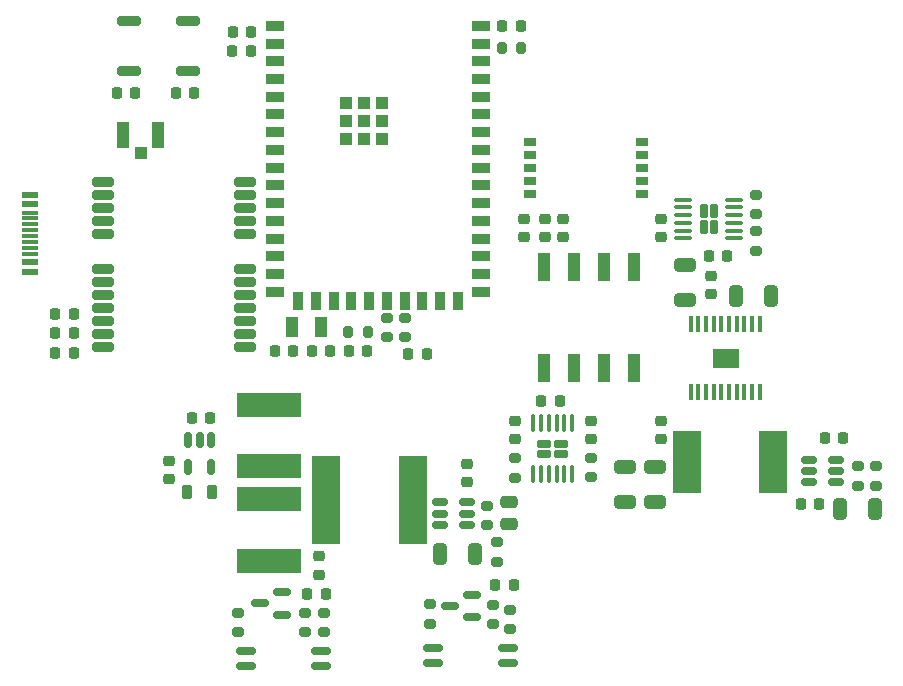
<source format=gbr>
%TF.GenerationSoftware,KiCad,Pcbnew,(6.0.2)*%
%TF.CreationDate,2022-04-01T12:33:14-04:00*%
%TF.ProjectId,ControlBoard,436f6e74-726f-46c4-926f-6172642e6b69,rev?*%
%TF.SameCoordinates,Original*%
%TF.FileFunction,Paste,Top*%
%TF.FilePolarity,Positive*%
%FSLAX46Y46*%
G04 Gerber Fmt 4.6, Leading zero omitted, Abs format (unit mm)*
G04 Created by KiCad (PCBNEW (6.0.2)) date 2022-04-01 12:33:14*
%MOMM*%
%LPD*%
G01*
G04 APERTURE LIST*
G04 Aperture macros list*
%AMRoundRect*
0 Rectangle with rounded corners*
0 $1 Rounding radius*
0 $2 $3 $4 $5 $6 $7 $8 $9 X,Y pos of 4 corners*
0 Add a 4 corners polygon primitive as box body*
4,1,4,$2,$3,$4,$5,$6,$7,$8,$9,$2,$3,0*
0 Add four circle primitives for the rounded corners*
1,1,$1+$1,$2,$3*
1,1,$1+$1,$4,$5*
1,1,$1+$1,$6,$7*
1,1,$1+$1,$8,$9*
0 Add four rect primitives between the rounded corners*
20,1,$1+$1,$2,$3,$4,$5,0*
20,1,$1+$1,$4,$5,$6,$7,0*
20,1,$1+$1,$6,$7,$8,$9,0*
20,1,$1+$1,$8,$9,$2,$3,0*%
G04 Aperture macros list end*
%ADD10C,0.010000*%
%ADD11RoundRect,0.225000X0.225000X0.250000X-0.225000X0.250000X-0.225000X-0.250000X0.225000X-0.250000X0*%
%ADD12RoundRect,0.225000X-0.225000X-0.250000X0.225000X-0.250000X0.225000X0.250000X-0.225000X0.250000X0*%
%ADD13RoundRect,0.225000X0.250000X-0.225000X0.250000X0.225000X-0.250000X0.225000X-0.250000X-0.225000X0*%
%ADD14RoundRect,0.250000X-0.325000X-0.650000X0.325000X-0.650000X0.325000X0.650000X-0.325000X0.650000X0*%
%ADD15RoundRect,0.250000X0.650000X-0.325000X0.650000X0.325000X-0.650000X0.325000X-0.650000X-0.325000X0*%
%ADD16R,5.520000X2.000000*%
%ADD17RoundRect,0.218750X-0.218750X-0.256250X0.218750X-0.256250X0.218750X0.256250X-0.218750X0.256250X0*%
%ADD18RoundRect,0.218750X-0.256250X0.218750X-0.256250X-0.218750X0.256250X-0.218750X0.256250X0.218750X0*%
%ADD19R,1.450000X0.600000*%
%ADD20R,1.450000X0.300000*%
%ADD21RoundRect,0.218750X0.218750X0.381250X-0.218750X0.381250X-0.218750X-0.381250X0.218750X-0.381250X0*%
%ADD22R,2.413000X5.334000*%
%ADD23R,2.400000X7.500000*%
%ADD24RoundRect,0.200000X-0.275000X0.200000X-0.275000X-0.200000X0.275000X-0.200000X0.275000X0.200000X0*%
%ADD25RoundRect,0.200000X0.275000X-0.200000X0.275000X0.200000X-0.275000X0.200000X-0.275000X-0.200000X0*%
%ADD26RoundRect,0.200000X0.800000X-0.200000X0.800000X0.200000X-0.800000X0.200000X-0.800000X-0.200000X0*%
%ADD27RoundRect,0.150000X-0.150000X0.512500X-0.150000X-0.512500X0.150000X-0.512500X0.150000X0.512500X0*%
%ADD28R,1.500000X0.900000*%
%ADD29R,0.900000X1.500000*%
%ADD30R,1.100000X1.100000*%
%ADD31RoundRect,0.150000X-0.512500X-0.150000X0.512500X-0.150000X0.512500X0.150000X-0.512500X0.150000X0*%
%ADD32RoundRect,0.150000X-0.662500X-0.150000X0.662500X-0.150000X0.662500X0.150000X-0.662500X0.150000X0*%
%ADD33RoundRect,0.200000X-0.200000X-0.275000X0.200000X-0.275000X0.200000X0.275000X-0.200000X0.275000X0*%
%ADD34R,1.000000X1.050000*%
%ADD35R,1.050000X2.200000*%
%ADD36R,1.120000X2.440000*%
%ADD37RoundRect,0.250000X0.325000X0.650000X-0.325000X0.650000X-0.325000X-0.650000X0.325000X-0.650000X0*%
%ADD38RoundRect,0.150000X0.587500X0.150000X-0.587500X0.150000X-0.587500X-0.150000X0.587500X-0.150000X0*%
%ADD39RoundRect,0.225000X-0.250000X0.225000X-0.250000X-0.225000X0.250000X-0.225000X0.250000X0.225000X0*%
%ADD40RoundRect,0.218750X0.256250X-0.218750X0.256250X0.218750X-0.256250X0.218750X-0.256250X-0.218750X0*%
%ADD41R,1.000000X0.800000*%
%ADD42RoundRect,0.172500X0.422500X-0.172500X0.422500X0.172500X-0.422500X0.172500X-0.422500X-0.172500X0*%
%ADD43RoundRect,0.100000X0.100000X-0.625000X0.100000X0.625000X-0.100000X0.625000X-0.100000X-0.625000X0*%
%ADD44RoundRect,0.250000X-0.475000X0.250000X-0.475000X-0.250000X0.475000X-0.250000X0.475000X0.250000X0*%
%ADD45R,1.000000X1.800000*%
%ADD46RoundRect,0.200000X0.200000X0.275000X-0.200000X0.275000X-0.200000X-0.275000X0.200000X-0.275000X0*%
%ADD47RoundRect,0.200000X0.700000X0.200000X-0.700000X0.200000X-0.700000X-0.200000X0.700000X-0.200000X0*%
%ADD48R,0.410000X1.440000*%
%ADD49RoundRect,0.250000X-0.650000X0.325000X-0.650000X-0.325000X0.650000X-0.325000X0.650000X0.325000X0*%
%ADD50RoundRect,0.172500X0.172500X0.422500X-0.172500X0.422500X-0.172500X-0.422500X0.172500X-0.422500X0*%
%ADD51RoundRect,0.100000X0.625000X0.100000X-0.625000X0.100000X-0.625000X-0.100000X0.625000X-0.100000X0*%
G04 APERTURE END LIST*
D10*
%TO.C,U5*%
X180450000Y-91850000D02*
X180450000Y-93350000D01*
X180450000Y-93350000D02*
X178350000Y-93350000D01*
X178350000Y-93350000D02*
X178350000Y-91850000D01*
X178350000Y-91850000D02*
X180450000Y-91850000D01*
G36*
X180450000Y-93350000D02*
G01*
X178350000Y-93350000D01*
X178350000Y-91850000D01*
X180450000Y-91850000D01*
X180450000Y-93350000D01*
G37*
X180450000Y-93350000D02*
X178350000Y-93350000D01*
X178350000Y-91850000D01*
X180450000Y-91850000D01*
X180450000Y-93350000D01*
%TD*%
D11*
%TO.C,C2*%
X139237500Y-65000000D03*
X137687500Y-65000000D03*
%TD*%
D12*
%TO.C,C3*%
X134225000Y-97700000D03*
X135775000Y-97700000D03*
%TD*%
%TO.C,C4*%
X141262500Y-92050000D03*
X142812500Y-92050000D03*
%TD*%
%TO.C,C6*%
X127912500Y-70200000D03*
X129462500Y-70200000D03*
%TD*%
D11*
%TO.C,C7*%
X139225000Y-66600000D03*
X137675000Y-66600000D03*
%TD*%
D13*
%TO.C,C11*%
X132300000Y-102875000D03*
X132300000Y-101325000D03*
%TD*%
D11*
%TO.C,C14*%
X154125000Y-92290000D03*
X152575000Y-92290000D03*
%TD*%
%TO.C,C15*%
X149087500Y-92050000D03*
X147537500Y-92050000D03*
%TD*%
D14*
%TO.C,C17*%
X180325000Y-87400000D03*
X183275000Y-87400000D03*
%TD*%
D11*
%TO.C,C26*%
X124225000Y-90500000D03*
X122675000Y-90500000D03*
%TD*%
%TO.C,C27*%
X165387500Y-96300000D03*
X163837500Y-96300000D03*
%TD*%
%TO.C,C29*%
X124225000Y-88900000D03*
X122675000Y-88900000D03*
%TD*%
%TO.C,C31*%
X124225000Y-92200000D03*
X122675000Y-92200000D03*
%TD*%
D15*
%TO.C,C36*%
X170950000Y-104825000D03*
X170950000Y-101875000D03*
%TD*%
D16*
%TO.C,C41*%
X140800000Y-96597000D03*
X140800000Y-101803000D03*
%TD*%
%TO.C,C43*%
X140800000Y-109803000D03*
X140800000Y-104597000D03*
%TD*%
D17*
%TO.C,D2*%
X144012500Y-112600000D03*
X145587500Y-112600000D03*
%TD*%
D18*
%TO.C,F3*%
X173950000Y-97912500D03*
X173950000Y-99487500D03*
%TD*%
D19*
%TO.C,J8*%
X120545000Y-78800000D03*
X120545000Y-79600000D03*
D20*
X120545000Y-80800000D03*
X120545000Y-81800000D03*
X120545000Y-82300000D03*
X120545000Y-83300000D03*
D19*
X120545000Y-84500000D03*
X120545000Y-85300000D03*
X120545000Y-85300000D03*
X120545000Y-84500000D03*
D20*
X120545000Y-83800000D03*
X120545000Y-82800000D03*
X120545000Y-81300000D03*
X120545000Y-80300000D03*
D19*
X120545000Y-79600000D03*
X120545000Y-78800000D03*
%TD*%
D21*
%TO.C,L1*%
X135962500Y-103950000D03*
X133837500Y-103950000D03*
%TD*%
D22*
%TO.C,L3*%
X183419500Y-101400000D03*
X176180500Y-101400000D03*
%TD*%
D23*
%TO.C,L4*%
X153000000Y-104600000D03*
X145600000Y-104600000D03*
%TD*%
D24*
%TO.C,R4*%
X152260000Y-89195000D03*
X152260000Y-90845000D03*
%TD*%
%TO.C,R5*%
X150740000Y-89195000D03*
X150740000Y-90845000D03*
%TD*%
D25*
%TO.C,R36*%
X138176000Y-115825000D03*
X138176000Y-114175000D03*
%TD*%
D24*
%TO.C,R37*%
X145400000Y-114175000D03*
X145400000Y-115825000D03*
%TD*%
%TO.C,R38*%
X143800000Y-114175000D03*
X143800000Y-115825000D03*
%TD*%
D26*
%TO.C,SW1*%
X128900000Y-68300000D03*
X128900000Y-64100000D03*
%TD*%
%TO.C,SW2*%
X133900000Y-68300000D03*
X133900000Y-64100000D03*
%TD*%
D27*
%TO.C,U1*%
X135850000Y-99562500D03*
X134900000Y-99562500D03*
X133950000Y-99562500D03*
X133950000Y-101837500D03*
X135850000Y-101837500D03*
%TD*%
D28*
%TO.C,U3*%
X141250000Y-64500000D03*
X141250000Y-66000000D03*
X141250000Y-67500000D03*
X141250000Y-69000000D03*
X141250000Y-70500000D03*
X141250000Y-72000000D03*
X141250000Y-73500000D03*
X141250000Y-75000000D03*
X141250000Y-76500000D03*
X141250000Y-78000000D03*
X141250000Y-79500000D03*
X141250000Y-81000000D03*
X141250000Y-82500000D03*
X141250000Y-84000000D03*
X141250000Y-85500000D03*
X141250000Y-87000000D03*
D29*
X143250000Y-87750000D03*
X144750000Y-87750000D03*
X146250000Y-87750000D03*
X147750000Y-87750000D03*
X149250000Y-87750000D03*
X150750000Y-87750000D03*
X152250000Y-87750000D03*
X153750000Y-87750000D03*
X155250000Y-87750000D03*
X156750000Y-87750000D03*
D28*
X158750000Y-87000000D03*
X158750000Y-85500000D03*
X158750000Y-84000000D03*
X158750000Y-82500000D03*
X158750000Y-81000000D03*
X158750000Y-79500000D03*
X158750000Y-78000000D03*
X158750000Y-76500000D03*
X158750000Y-75000000D03*
X158750000Y-73500000D03*
X158750000Y-72000000D03*
X158750000Y-70500000D03*
X158750000Y-69000000D03*
X158750000Y-67500000D03*
X158750000Y-66000000D03*
X158750000Y-64500000D03*
D30*
X150310000Y-71050000D03*
X150310000Y-72550000D03*
X147310000Y-72550000D03*
X148810000Y-71050000D03*
X148810000Y-74050000D03*
X148810000Y-72550000D03*
X147310000Y-71050000D03*
X147310000Y-74050000D03*
X150310000Y-74050000D03*
%TD*%
D31*
%TO.C,U12*%
X155262500Y-104850000D03*
X155262500Y-105800000D03*
X155262500Y-106750000D03*
X157537500Y-106750000D03*
X157537500Y-105800000D03*
X157537500Y-104850000D03*
%TD*%
D32*
%TO.C,U15*%
X138812500Y-117435000D03*
X138812500Y-118705000D03*
X145187500Y-118705000D03*
X145187500Y-117435000D03*
%TD*%
D15*
%TO.C,C37*%
X173450000Y-104825000D03*
X173450000Y-101875000D03*
%TD*%
D33*
%TO.C,R6*%
X160475000Y-66350000D03*
X162125000Y-66350000D03*
%TD*%
D11*
%TO.C,C16*%
X162075000Y-64550000D03*
X160525000Y-64550000D03*
%TD*%
D34*
%TO.C,J1*%
X129910000Y-75270000D03*
D35*
X131385000Y-73745000D03*
X128435000Y-73745000D03*
%TD*%
D36*
%TO.C,SW3*%
X171660000Y-84890000D03*
X169120000Y-84890000D03*
X166580000Y-84890000D03*
X164040000Y-84890000D03*
X164040000Y-93500000D03*
X166580000Y-93500000D03*
X169120000Y-93500000D03*
X171660000Y-93500000D03*
%TD*%
D24*
%TO.C,R17*%
X190600000Y-101775000D03*
X190600000Y-103425000D03*
%TD*%
D31*
%TO.C,U11*%
X186462500Y-101250000D03*
X186462500Y-102200000D03*
X186462500Y-103150000D03*
X188737500Y-103150000D03*
X188737500Y-102200000D03*
X188737500Y-101250000D03*
%TD*%
D25*
%TO.C,R18*%
X192200000Y-103425000D03*
X192200000Y-101775000D03*
%TD*%
D12*
%TO.C,C34*%
X185825000Y-105000000D03*
X187375000Y-105000000D03*
%TD*%
D11*
%TO.C,C35*%
X189375000Y-99400000D03*
X187825000Y-99400000D03*
%TD*%
D37*
%TO.C,C33*%
X192075000Y-105400000D03*
X189125000Y-105400000D03*
%TD*%
D17*
%TO.C,D1*%
X159912500Y-111870000D03*
X161487500Y-111870000D03*
%TD*%
D38*
%TO.C,Q1*%
X157987500Y-114580000D03*
X157987500Y-112680000D03*
X156112500Y-113630000D03*
%TD*%
D24*
%TO.C,R30*%
X161220000Y-113915000D03*
X161220000Y-115565000D03*
%TD*%
%TO.C,R31*%
X159750000Y-113525000D03*
X159750000Y-115175000D03*
%TD*%
D32*
%TO.C,U14*%
X154622500Y-117145000D03*
X154622500Y-118415000D03*
X160997500Y-118415000D03*
X160997500Y-117145000D03*
%TD*%
D25*
%TO.C,R29*%
X154390000Y-115135000D03*
X154390000Y-113485000D03*
%TD*%
D24*
%TO.C,R21*%
X159200000Y-105125000D03*
X159200000Y-106775000D03*
%TD*%
D25*
%TO.C,R22*%
X160100000Y-109875000D03*
X160100000Y-108225000D03*
%TD*%
D39*
%TO.C,C39*%
X157500000Y-101575000D03*
X157500000Y-103125000D03*
%TD*%
D37*
%TO.C,C38*%
X158225000Y-109250000D03*
X155275000Y-109250000D03*
%TD*%
D13*
%TO.C,C18*%
X161600000Y-99475000D03*
X161600000Y-97925000D03*
%TD*%
D24*
%TO.C,R8*%
X161600000Y-101087500D03*
X161600000Y-102737500D03*
%TD*%
%TO.C,R9*%
X168000000Y-101075000D03*
X168000000Y-102725000D03*
%TD*%
D40*
%TO.C,F2*%
X168000000Y-99487500D03*
X168000000Y-97912500D03*
%TD*%
%TO.C,F4*%
X145000000Y-110987500D03*
X145000000Y-109412500D03*
%TD*%
D39*
%TO.C,C22*%
X165700000Y-80825000D03*
X165700000Y-82375000D03*
%TD*%
%TO.C,C19*%
X162400000Y-80812500D03*
X162400000Y-82362500D03*
%TD*%
%TO.C,C24*%
X164100000Y-80825000D03*
X164100000Y-82375000D03*
%TD*%
D41*
%TO.C,U9*%
X162890000Y-74300000D03*
X162890000Y-75400000D03*
X162890000Y-76500000D03*
X162890000Y-77600000D03*
X162890000Y-78700000D03*
X172390000Y-78700000D03*
X172390000Y-77600000D03*
X172390000Y-76500000D03*
X172390000Y-75400000D03*
X172390000Y-74300000D03*
%TD*%
D42*
%TO.C,U6*%
X164080000Y-100720000D03*
X164080000Y-99900000D03*
X165500000Y-100720000D03*
X165500000Y-99900000D03*
D43*
X163165000Y-102460000D03*
X163815000Y-102460000D03*
X164465000Y-102460000D03*
X165115000Y-102460000D03*
X165765000Y-102460000D03*
X166415000Y-102460000D03*
X166415000Y-98160000D03*
X165765000Y-98160000D03*
X165115000Y-98160000D03*
X164465000Y-98160000D03*
X163815000Y-98160000D03*
X163165000Y-98160000D03*
%TD*%
D38*
%TO.C,Q3*%
X141907500Y-114350000D03*
X141907500Y-112450000D03*
X140032500Y-113400000D03*
%TD*%
D12*
%TO.C,C10*%
X132912500Y-70200000D03*
X134462500Y-70200000D03*
%TD*%
D44*
%TO.C,C40*%
X161100000Y-104800000D03*
X161100000Y-106700000D03*
%TD*%
D12*
%TO.C,C5*%
X144425000Y-92050000D03*
X145975000Y-92050000D03*
%TD*%
D45*
%TO.C,Y1*%
X142700000Y-90000000D03*
X145200000Y-90000000D03*
%TD*%
D46*
%TO.C,R3*%
X149137500Y-90450000D03*
X147487500Y-90450000D03*
%TD*%
D47*
%TO.C,U7*%
X138700000Y-91700000D03*
X138700000Y-90600000D03*
X138700000Y-89500000D03*
X138700000Y-88400000D03*
X138700000Y-87300000D03*
X138700000Y-86200000D03*
X138700000Y-85100000D03*
X138700000Y-82100000D03*
X138700000Y-81000000D03*
X138700000Y-79900000D03*
X138700000Y-78800000D03*
X138700000Y-77700000D03*
X126700000Y-77700000D03*
X126700000Y-78800000D03*
X126700000Y-79900000D03*
X126700000Y-81000000D03*
X126700000Y-82100000D03*
X126700000Y-85100000D03*
X126700000Y-86200000D03*
X126700000Y-87300000D03*
X126700000Y-88400000D03*
X126700000Y-89500000D03*
X126700000Y-90600000D03*
X126700000Y-91700000D03*
%TD*%
D48*
%TO.C,U5*%
X182325000Y-89715000D03*
X181675000Y-89715000D03*
X181025000Y-89715000D03*
X180375000Y-89715000D03*
X179725000Y-89715000D03*
X179075000Y-89715000D03*
X178425000Y-89715000D03*
X177775000Y-89715000D03*
X177125000Y-89715000D03*
X176475000Y-89715000D03*
X176475000Y-95485000D03*
X177125000Y-95485000D03*
X177775000Y-95485000D03*
X178425000Y-95485000D03*
X179075000Y-95485000D03*
X179725000Y-95485000D03*
X180375000Y-95485000D03*
X181025000Y-95485000D03*
X181675000Y-95485000D03*
X182325000Y-95485000D03*
%TD*%
D49*
%TO.C,C25*%
X176000000Y-84725000D03*
X176000000Y-87675000D03*
%TD*%
D25*
%TO.C,R1*%
X182000000Y-83537500D03*
X182000000Y-81887500D03*
%TD*%
D24*
%TO.C,R2*%
X182000000Y-78775000D03*
X182000000Y-80425000D03*
%TD*%
D18*
%TO.C,F1*%
X178200000Y-85662500D03*
X178200000Y-87237500D03*
%TD*%
D39*
%TO.C,C12*%
X174000000Y-80825000D03*
X174000000Y-82375000D03*
%TD*%
D11*
%TO.C,C1*%
X179575000Y-83950000D03*
X178025000Y-83950000D03*
%TD*%
D50*
%TO.C,U2*%
X178410000Y-80140000D03*
X178410000Y-81560000D03*
X177590000Y-81560000D03*
X177590000Y-80140000D03*
D51*
X180150000Y-82475000D03*
X180150000Y-81825000D03*
X180150000Y-81175000D03*
X180150000Y-80525000D03*
X180150000Y-79875000D03*
X180150000Y-79225000D03*
X175850000Y-79225000D03*
X175850000Y-79875000D03*
X175850000Y-80525000D03*
X175850000Y-81175000D03*
X175850000Y-81825000D03*
X175850000Y-82475000D03*
%TD*%
M02*

</source>
